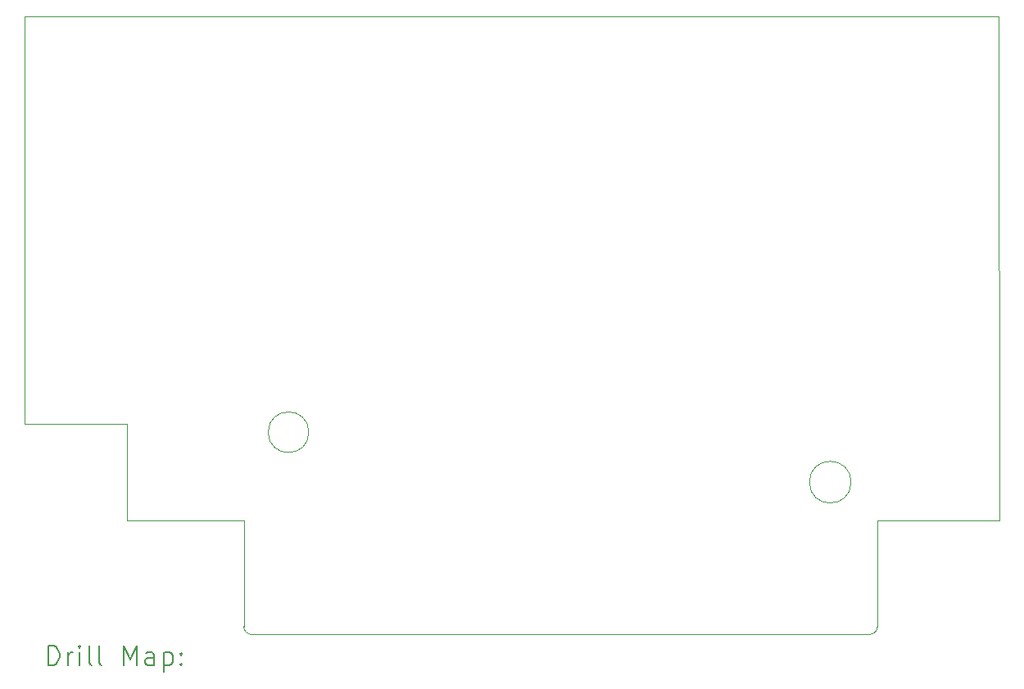
<source format=gbr>
%TF.GenerationSoftware,KiCad,Pcbnew,7.0.1*%
%TF.CreationDate,2023-03-19T20:13:47+09:00*%
%TF.ProjectId,project2,70726f6a-6563-4743-922e-6b696361645f,rev?*%
%TF.SameCoordinates,Original*%
%TF.FileFunction,Drillmap*%
%TF.FilePolarity,Positive*%
%FSLAX45Y45*%
G04 Gerber Fmt 4.5, Leading zero omitted, Abs format (unit mm)*
G04 Created by KiCad (PCBNEW 7.0.1) date 2023-03-19 20:13:47*
%MOMM*%
%LPD*%
G01*
G04 APERTURE LIST*
%ADD10C,0.100000*%
%ADD11C,0.200000*%
G04 APERTURE END LIST*
D10*
X11231521Y-12190523D02*
X11230795Y-13286721D01*
X17698798Y-13368950D02*
G75*
G03*
X17780009Y-13286539I-1208J82410D01*
G01*
X19035452Y-6973502D02*
X8968500Y-6973389D01*
X17507768Y-11792998D02*
G75*
G03*
X17507768Y-11792998I-215575J0D01*
G01*
X10021270Y-11191917D02*
X10021497Y-12190080D01*
X11903250Y-11276432D02*
G75*
G03*
X11903250Y-11276432I-210192J0D01*
G01*
X17780000Y-12192000D02*
X19039868Y-12192295D01*
X17780009Y-13286539D02*
X17780000Y-12192000D01*
X19039868Y-12192295D02*
X19035452Y-6973502D01*
X11313553Y-13369101D02*
X17698798Y-13368953D01*
X8968500Y-6973389D02*
X8969607Y-11192360D01*
X8969607Y-11192360D02*
X10021270Y-11191917D01*
X11230790Y-13286721D02*
G75*
G03*
X11313553Y-13369101I82760J381D01*
G01*
X10021497Y-12190080D02*
X11231521Y-12190523D01*
D11*
X9211119Y-13686625D02*
X9211119Y-13486625D01*
X9211119Y-13486625D02*
X9258738Y-13486625D01*
X9258738Y-13486625D02*
X9287309Y-13496149D01*
X9287309Y-13496149D02*
X9306357Y-13515196D01*
X9306357Y-13515196D02*
X9315880Y-13534244D01*
X9315880Y-13534244D02*
X9325404Y-13572339D01*
X9325404Y-13572339D02*
X9325404Y-13600910D01*
X9325404Y-13600910D02*
X9315880Y-13639006D01*
X9315880Y-13639006D02*
X9306357Y-13658053D01*
X9306357Y-13658053D02*
X9287309Y-13677101D01*
X9287309Y-13677101D02*
X9258738Y-13686625D01*
X9258738Y-13686625D02*
X9211119Y-13686625D01*
X9411119Y-13686625D02*
X9411119Y-13553291D01*
X9411119Y-13591387D02*
X9420642Y-13572339D01*
X9420642Y-13572339D02*
X9430166Y-13562815D01*
X9430166Y-13562815D02*
X9449214Y-13553291D01*
X9449214Y-13553291D02*
X9468261Y-13553291D01*
X9534928Y-13686625D02*
X9534928Y-13553291D01*
X9534928Y-13486625D02*
X9525404Y-13496149D01*
X9525404Y-13496149D02*
X9534928Y-13505672D01*
X9534928Y-13505672D02*
X9544452Y-13496149D01*
X9544452Y-13496149D02*
X9534928Y-13486625D01*
X9534928Y-13486625D02*
X9534928Y-13505672D01*
X9658738Y-13686625D02*
X9639690Y-13677101D01*
X9639690Y-13677101D02*
X9630166Y-13658053D01*
X9630166Y-13658053D02*
X9630166Y-13486625D01*
X9763499Y-13686625D02*
X9744452Y-13677101D01*
X9744452Y-13677101D02*
X9734928Y-13658053D01*
X9734928Y-13658053D02*
X9734928Y-13486625D01*
X9992071Y-13686625D02*
X9992071Y-13486625D01*
X9992071Y-13486625D02*
X10058738Y-13629482D01*
X10058738Y-13629482D02*
X10125404Y-13486625D01*
X10125404Y-13486625D02*
X10125404Y-13686625D01*
X10306357Y-13686625D02*
X10306357Y-13581863D01*
X10306357Y-13581863D02*
X10296833Y-13562815D01*
X10296833Y-13562815D02*
X10277785Y-13553291D01*
X10277785Y-13553291D02*
X10239690Y-13553291D01*
X10239690Y-13553291D02*
X10220642Y-13562815D01*
X10306357Y-13677101D02*
X10287309Y-13686625D01*
X10287309Y-13686625D02*
X10239690Y-13686625D01*
X10239690Y-13686625D02*
X10220642Y-13677101D01*
X10220642Y-13677101D02*
X10211119Y-13658053D01*
X10211119Y-13658053D02*
X10211119Y-13639006D01*
X10211119Y-13639006D02*
X10220642Y-13619958D01*
X10220642Y-13619958D02*
X10239690Y-13610434D01*
X10239690Y-13610434D02*
X10287309Y-13610434D01*
X10287309Y-13610434D02*
X10306357Y-13600910D01*
X10401595Y-13553291D02*
X10401595Y-13753291D01*
X10401595Y-13562815D02*
X10420642Y-13553291D01*
X10420642Y-13553291D02*
X10458738Y-13553291D01*
X10458738Y-13553291D02*
X10477785Y-13562815D01*
X10477785Y-13562815D02*
X10487309Y-13572339D01*
X10487309Y-13572339D02*
X10496833Y-13591387D01*
X10496833Y-13591387D02*
X10496833Y-13648529D01*
X10496833Y-13648529D02*
X10487309Y-13667577D01*
X10487309Y-13667577D02*
X10477785Y-13677101D01*
X10477785Y-13677101D02*
X10458738Y-13686625D01*
X10458738Y-13686625D02*
X10420642Y-13686625D01*
X10420642Y-13686625D02*
X10401595Y-13677101D01*
X10582547Y-13667577D02*
X10592071Y-13677101D01*
X10592071Y-13677101D02*
X10582547Y-13686625D01*
X10582547Y-13686625D02*
X10573023Y-13677101D01*
X10573023Y-13677101D02*
X10582547Y-13667577D01*
X10582547Y-13667577D02*
X10582547Y-13686625D01*
X10582547Y-13562815D02*
X10592071Y-13572339D01*
X10592071Y-13572339D02*
X10582547Y-13581863D01*
X10582547Y-13581863D02*
X10573023Y-13572339D01*
X10573023Y-13572339D02*
X10582547Y-13562815D01*
X10582547Y-13562815D02*
X10582547Y-13581863D01*
M02*

</source>
